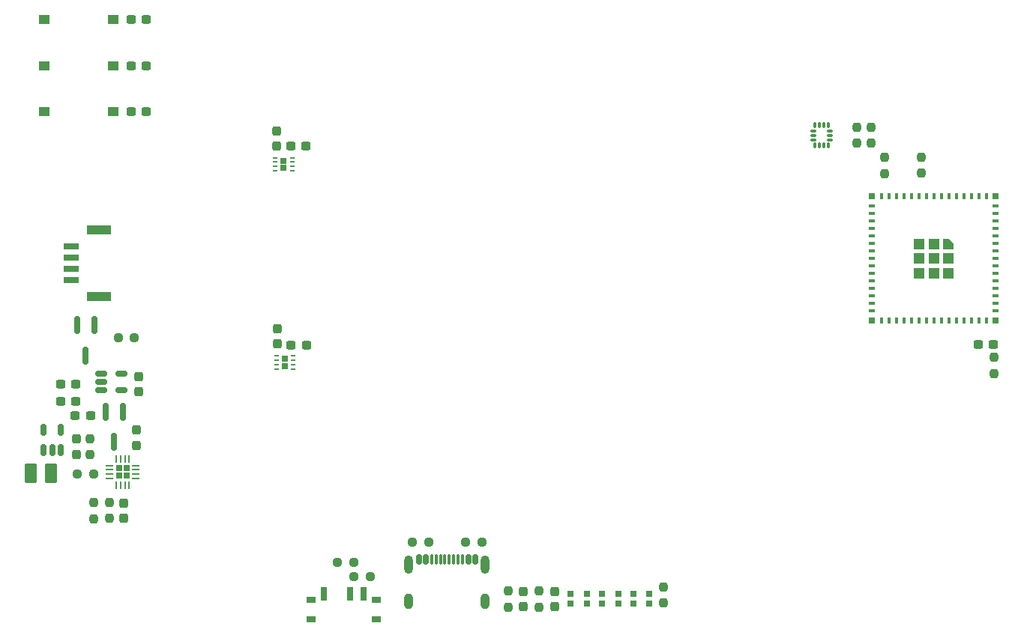
<source format=gbr>
%TF.GenerationSoftware,KiCad,Pcbnew,7.0.11-7.0.11~ubuntu22.04.1*%
%TF.CreationDate,2024-07-24T22:07:56-07:00*%
%TF.ProjectId,little_red_rover,6c697474-6c65-45f7-9265-645f726f7665,rev?*%
%TF.SameCoordinates,Original*%
%TF.FileFunction,Paste,Top*%
%TF.FilePolarity,Positive*%
%FSLAX46Y46*%
G04 Gerber Fmt 4.6, Leading zero omitted, Abs format (unit mm)*
G04 Created by KiCad (PCBNEW 7.0.11-7.0.11~ubuntu22.04.1) date 2024-07-24 22:07:56*
%MOMM*%
%LPD*%
G01*
G04 APERTURE LIST*
G04 Aperture macros list*
%AMRoundRect*
0 Rectangle with rounded corners*
0 $1 Rounding radius*
0 $2 $3 $4 $5 $6 $7 $8 $9 X,Y pos of 4 corners*
0 Add a 4 corners polygon primitive as box body*
4,1,4,$2,$3,$4,$5,$6,$7,$8,$9,$2,$3,0*
0 Add four circle primitives for the rounded corners*
1,1,$1+$1,$2,$3*
1,1,$1+$1,$4,$5*
1,1,$1+$1,$6,$7*
1,1,$1+$1,$8,$9*
0 Add four rect primitives between the rounded corners*
20,1,$1+$1,$2,$3,$4,$5,0*
20,1,$1+$1,$4,$5,$6,$7,0*
20,1,$1+$1,$6,$7,$8,$9,0*
20,1,$1+$1,$8,$9,$2,$3,0*%
%AMFreePoly0*
4,1,6,0.600000,-0.600000,-0.600000,-0.600000,-0.600000,0.000000,0.000000,0.600000,0.600000,0.600000,0.600000,-0.600000,0.600000,-0.600000,$1*%
G04 Aperture macros list end*
%ADD10R,0.400000X0.800000*%
%ADD11R,0.800000X0.400000*%
%ADD12FreePoly0,270.000000*%
%ADD13R,1.200000X1.200000*%
%ADD14R,0.800000X0.800000*%
%ADD15RoundRect,0.150000X-0.512500X-0.150000X0.512500X-0.150000X0.512500X0.150000X-0.512500X0.150000X0*%
%ADD16RoundRect,0.162500X-0.162500X0.837500X-0.162500X-0.837500X0.162500X-0.837500X0.162500X0.837500X0*%
%ADD17RoundRect,0.237500X-0.300000X-0.237500X0.300000X-0.237500X0.300000X0.237500X-0.300000X0.237500X0*%
%ADD18RoundRect,0.237500X0.237500X-0.300000X0.237500X0.300000X-0.237500X0.300000X-0.237500X-0.300000X0*%
%ADD19R,1.000000X0.800000*%
%ADD20R,0.700000X1.500000*%
%ADD21RoundRect,0.237500X0.237500X-0.250000X0.237500X0.250000X-0.237500X0.250000X-0.237500X-0.250000X0*%
%ADD22RoundRect,0.182500X0.182500X-0.182500X0.182500X0.182500X-0.182500X0.182500X-0.182500X-0.182500X0*%
%ADD23RoundRect,0.062500X0.062500X-0.350000X0.062500X0.350000X-0.062500X0.350000X-0.062500X-0.350000X0*%
%ADD24RoundRect,0.062500X0.350000X-0.062500X0.350000X0.062500X-0.350000X0.062500X-0.350000X-0.062500X0*%
%ADD25RoundRect,0.237500X-0.237500X0.250000X-0.237500X-0.250000X0.237500X-0.250000X0.237500X0.250000X0*%
%ADD26RoundRect,0.237500X0.250000X0.237500X-0.250000X0.237500X-0.250000X-0.237500X0.250000X-0.237500X0*%
%ADD27RoundRect,0.237500X-0.250000X-0.237500X0.250000X-0.237500X0.250000X0.237500X-0.250000X0.237500X0*%
%ADD28RoundRect,0.250001X-0.462499X-0.849999X0.462499X-0.849999X0.462499X0.849999X-0.462499X0.849999X0*%
%ADD29RoundRect,0.150000X-0.150000X-0.425000X0.150000X-0.425000X0.150000X0.425000X-0.150000X0.425000X0*%
%ADD30RoundRect,0.075000X-0.075000X-0.500000X0.075000X-0.500000X0.075000X0.500000X-0.075000X0.500000X0*%
%ADD31O,1.000000X2.100000*%
%ADD32O,1.000000X1.800000*%
%ADD33RoundRect,0.237500X0.300000X0.237500X-0.300000X0.237500X-0.300000X-0.237500X0.300000X-0.237500X0*%
%ADD34R,0.750000X0.650000*%
%ADD35RoundRect,0.062500X-0.187500X-0.062500X0.187500X-0.062500X0.187500X0.062500X-0.187500X0.062500X0*%
%ADD36RoundRect,0.237500X0.237500X-0.287500X0.237500X0.287500X-0.237500X0.287500X-0.237500X-0.287500X0*%
%ADD37RoundRect,0.237500X-0.237500X0.300000X-0.237500X-0.300000X0.237500X-0.300000X0.237500X0.300000X0*%
%ADD38R,1.250000X1.000000*%
%ADD39RoundRect,0.087500X-0.087500X0.225000X-0.087500X-0.225000X0.087500X-0.225000X0.087500X0.225000X0*%
%ADD40RoundRect,0.087500X-0.225000X0.087500X-0.225000X-0.087500X0.225000X-0.087500X0.225000X0.087500X0*%
%ADD41R,0.700000X0.700000*%
%ADD42RoundRect,0.150000X0.150000X-0.512500X0.150000X0.512500X-0.150000X0.512500X-0.150000X-0.512500X0*%
%ADD43R,1.701800X0.660400*%
%ADD44R,2.794000X1.092200*%
G04 APERTURE END LIST*
D10*
%TO.C,U10*%
X206130000Y-92500000D03*
X205280000Y-92500000D03*
X204430000Y-92500000D03*
X203580000Y-92500000D03*
X202730000Y-92500000D03*
X201880000Y-92500000D03*
X201030000Y-92500000D03*
X200180000Y-92500000D03*
X199330000Y-92500000D03*
X198480000Y-92500000D03*
X197630000Y-92500000D03*
X196780000Y-92500000D03*
X195930000Y-92500000D03*
X195080000Y-92500000D03*
X194230000Y-92500000D03*
D11*
X193180000Y-93550000D03*
X193180000Y-94400000D03*
X193180000Y-95250000D03*
X193180000Y-96100000D03*
X193180000Y-96950000D03*
X193180000Y-97800000D03*
X193180000Y-98650000D03*
X193180000Y-99500000D03*
X193180000Y-100350000D03*
X193180000Y-101200000D03*
X193180000Y-102050000D03*
X193180000Y-102900000D03*
X193180000Y-103750000D03*
X193180000Y-104600000D03*
X193180000Y-105450000D03*
D10*
X194230000Y-106500000D03*
X195080000Y-106500000D03*
X195930000Y-106500000D03*
X196780000Y-106500000D03*
X197630000Y-106500000D03*
X198480000Y-106500000D03*
X199330000Y-106500000D03*
X200180000Y-106500000D03*
X201030000Y-106500000D03*
X201880000Y-106500000D03*
X202730000Y-106500000D03*
X203580000Y-106500000D03*
X204430000Y-106500000D03*
X205280000Y-106500000D03*
X206130000Y-106500000D03*
D11*
X207180000Y-105450000D03*
X207180000Y-104600000D03*
X207180000Y-103750000D03*
X207180000Y-102900000D03*
X207180000Y-102050000D03*
X207180000Y-101200000D03*
X207180000Y-100350000D03*
X207180000Y-99500000D03*
X207180000Y-98650000D03*
X207180000Y-97800000D03*
X207180000Y-96950000D03*
X207180000Y-96100000D03*
X207180000Y-95250000D03*
X207180000Y-94400000D03*
X207180000Y-93550000D03*
D12*
X201830000Y-97850000D03*
D13*
X200180000Y-97850000D03*
X198530000Y-97850000D03*
X201830000Y-99500000D03*
X200180000Y-99500000D03*
X198530000Y-99500000D03*
X201830000Y-101150000D03*
X200180000Y-101150000D03*
X198530000Y-101150000D03*
D14*
X207180000Y-92500000D03*
X193180000Y-92500000D03*
X193180000Y-106500000D03*
X207180000Y-106500000D03*
%TD*%
D15*
%TO.C,U3*%
X106142500Y-112517500D03*
X106142500Y-113467500D03*
X106142500Y-114417500D03*
X108417500Y-114417500D03*
X108417500Y-112517500D03*
%TD*%
D16*
%TO.C,Q2*%
X105340000Y-107067500D03*
X103440000Y-107067500D03*
X104390000Y-110487500D03*
%TD*%
%TO.C,Q1*%
X108550000Y-116827500D03*
X106650000Y-116827500D03*
X107600000Y-120247500D03*
%TD*%
D17*
%TO.C,C4*%
X101567500Y-113690000D03*
X103292500Y-113690000D03*
%TD*%
%TO.C,C12*%
X101517500Y-115700000D03*
X103242500Y-115700000D03*
%TD*%
D18*
%TO.C,C7*%
X126010000Y-109172500D03*
X126010000Y-107447500D03*
%TD*%
D19*
%TO.C,SW4*%
X129880000Y-138095000D03*
X129880000Y-140305000D03*
X137180000Y-138095000D03*
X137180000Y-140305000D03*
D20*
X131280000Y-137445000D03*
X134280000Y-137445000D03*
X135780000Y-137445000D03*
%TD*%
D21*
%TO.C,R9*%
X207000000Y-112512500D03*
X207000000Y-110687500D03*
%TD*%
D22*
%TO.C,U2*%
X108130000Y-124077500D03*
X108970000Y-124077500D03*
X108130000Y-123237500D03*
X108970000Y-123237500D03*
D23*
X107800000Y-125120000D03*
X108300000Y-125120000D03*
X108800000Y-125120000D03*
X109300000Y-125120000D03*
D24*
X110012500Y-124407500D03*
X110012500Y-123907500D03*
X110012500Y-123407500D03*
X110012500Y-122907500D03*
D23*
X109300000Y-122195000D03*
X108800000Y-122195000D03*
X108300000Y-122195000D03*
X107800000Y-122195000D03*
D24*
X107087500Y-122907500D03*
X107087500Y-123407500D03*
X107087500Y-123907500D03*
X107087500Y-124407500D03*
%TD*%
D21*
%TO.C,R4*%
X104860000Y-121690000D03*
X104860000Y-119865000D03*
%TD*%
D25*
%TO.C,R5*%
X105250000Y-127095000D03*
X105250000Y-128920000D03*
%TD*%
D21*
%TO.C,R15*%
X191510000Y-86490000D03*
X191510000Y-84665000D03*
%TD*%
D25*
%TO.C,R12*%
X152090000Y-137117500D03*
X152090000Y-138942500D03*
%TD*%
D26*
%TO.C,R19*%
X105282500Y-123857500D03*
X103457500Y-123857500D03*
%TD*%
%TO.C,R10*%
X136505000Y-135520000D03*
X134680000Y-135520000D03*
%TD*%
D27*
%TO.C,R2*%
X147287500Y-131600000D03*
X149112500Y-131600000D03*
%TD*%
D26*
%TO.C,R11*%
X134632500Y-133890000D03*
X132807500Y-133890000D03*
%TD*%
D28*
%TO.C,L2*%
X98167500Y-123810000D03*
X100492500Y-123810000D03*
%TD*%
D17*
%TO.C,C10*%
X127530000Y-86760000D03*
X129255000Y-86760000D03*
%TD*%
D29*
%TO.C,J1*%
X142000000Y-133520000D03*
X142800000Y-133520000D03*
D30*
X143950000Y-133520000D03*
X144950000Y-133520000D03*
X145450000Y-133520000D03*
X146450000Y-133520000D03*
D29*
X147600000Y-133520000D03*
X148400000Y-133520000D03*
X148400000Y-133520000D03*
X147600000Y-133520000D03*
D30*
X146950000Y-133520000D03*
X145950000Y-133520000D03*
X144450000Y-133520000D03*
X143450000Y-133520000D03*
D29*
X142800000Y-133520000D03*
X142000000Y-133520000D03*
D31*
X140880000Y-134095000D03*
D32*
X140880000Y-138275000D03*
D31*
X149520000Y-134095000D03*
D32*
X149520000Y-138275000D03*
%TD*%
D33*
%TO.C,C14*%
X206925000Y-109200000D03*
X205200000Y-109200000D03*
%TD*%
D25*
%TO.C,R13*%
X169625000Y-136627500D03*
X169625000Y-138452500D03*
%TD*%
D18*
%TO.C,C8*%
X125930000Y-86822500D03*
X125930000Y-85097500D03*
%TD*%
D34*
%TO.C,U5*%
X126730000Y-88460000D03*
X126730000Y-89260000D03*
D35*
X125780000Y-88110000D03*
X125780000Y-88610000D03*
X125780000Y-89110000D03*
X125780000Y-89610000D03*
X127680000Y-89610000D03*
X127680000Y-89110000D03*
X127680000Y-88610000D03*
X127680000Y-88110000D03*
%TD*%
D18*
%TO.C,C1*%
X103310000Y-121640000D03*
X103310000Y-119915000D03*
%TD*%
D17*
%TO.C,C11*%
X103207500Y-117300000D03*
X104932500Y-117300000D03*
%TD*%
D26*
%TO.C,R6*%
X109862500Y-108507500D03*
X108037500Y-108507500D03*
%TD*%
D36*
%TO.C,D7*%
X153833333Y-138882500D03*
X153833333Y-137132500D03*
%TD*%
D25*
%TO.C,R17*%
X198780000Y-88057500D03*
X198780000Y-89882500D03*
%TD*%
D37*
%TO.C,C5*%
X108700000Y-127155000D03*
X108700000Y-128880000D03*
%TD*%
D17*
%TO.C,C9*%
X127567500Y-109280000D03*
X129292500Y-109280000D03*
%TD*%
D36*
%TO.C,D8*%
X157320000Y-138882500D03*
X157320000Y-137132500D03*
%TD*%
D34*
%TO.C,U6*%
X126880000Y-110860000D03*
X126880000Y-111660000D03*
D35*
X125930000Y-110510000D03*
X125930000Y-111010000D03*
X125930000Y-111510000D03*
X125930000Y-112010000D03*
X127830000Y-112010000D03*
X127830000Y-111510000D03*
X127830000Y-111010000D03*
X127830000Y-110510000D03*
%TD*%
D38*
%TO.C,SW2*%
X99705000Y-72520000D03*
X107455000Y-72520000D03*
%TD*%
D39*
%TO.C,U9*%
X188260000Y-84415000D03*
X187760000Y-84415000D03*
X187260000Y-84415000D03*
X186760000Y-84415000D03*
D40*
X186597500Y-85077500D03*
X186597500Y-85577500D03*
X186597500Y-86077500D03*
D39*
X186760000Y-86740000D03*
X187260000Y-86740000D03*
X187760000Y-86740000D03*
X188260000Y-86740000D03*
D40*
X188422500Y-86077500D03*
X188422500Y-85577500D03*
X188422500Y-85077500D03*
%TD*%
D17*
%TO.C,C6*%
X109517500Y-72520000D03*
X111242500Y-72520000D03*
%TD*%
D37*
%TO.C,C3*%
X110360000Y-112865000D03*
X110360000Y-114590000D03*
%TD*%
D38*
%TO.C,SW1*%
X99705000Y-77720000D03*
X107455000Y-77720000D03*
%TD*%
D41*
%TO.C,D5*%
X160970000Y-138490000D03*
X160970000Y-137390000D03*
X159140000Y-137390000D03*
X159140000Y-138490000D03*
%TD*%
D26*
%TO.C,R1*%
X143112500Y-131600000D03*
X141287500Y-131600000D03*
%TD*%
D33*
%TO.C,C13*%
X111242500Y-77720000D03*
X109517500Y-77720000D03*
%TD*%
D41*
%TO.C,D3*%
X168055000Y-138540000D03*
X168055000Y-137440000D03*
X166225000Y-137440000D03*
X166225000Y-138540000D03*
%TD*%
D18*
%TO.C,C2*%
X110140000Y-120650000D03*
X110140000Y-118925000D03*
%TD*%
D25*
%TO.C,R3*%
X107060000Y-127085000D03*
X107060000Y-128910000D03*
%TD*%
%TO.C,R16*%
X194630000Y-88087500D03*
X194630000Y-89912500D03*
%TD*%
D21*
%TO.C,R14*%
X193110000Y-86490000D03*
X193110000Y-84665000D03*
%TD*%
D41*
%TO.C,D4*%
X164555000Y-138540000D03*
X164555000Y-137440000D03*
X162725000Y-137440000D03*
X162725000Y-138540000D03*
%TD*%
D25*
%TO.C,R18*%
X155576666Y-137117500D03*
X155576666Y-138942500D03*
%TD*%
D38*
%TO.C,SW3*%
X99705000Y-82920000D03*
X107455000Y-82920000D03*
%TD*%
D42*
%TO.C,U4*%
X99647500Y-118920000D03*
X101547500Y-118920000D03*
X101547500Y-121195000D03*
X100597500Y-121195000D03*
X99647500Y-121195000D03*
%TD*%
D33*
%TO.C,C15*%
X111242500Y-82920000D03*
X109517500Y-82920000D03*
%TD*%
D43*
%TO.C,J2*%
X102784300Y-101915000D03*
X102784300Y-100665000D03*
X102784300Y-99415000D03*
X102784300Y-98165000D03*
D44*
X105860000Y-103840000D03*
X105860000Y-96240000D03*
%TD*%
M02*

</source>
